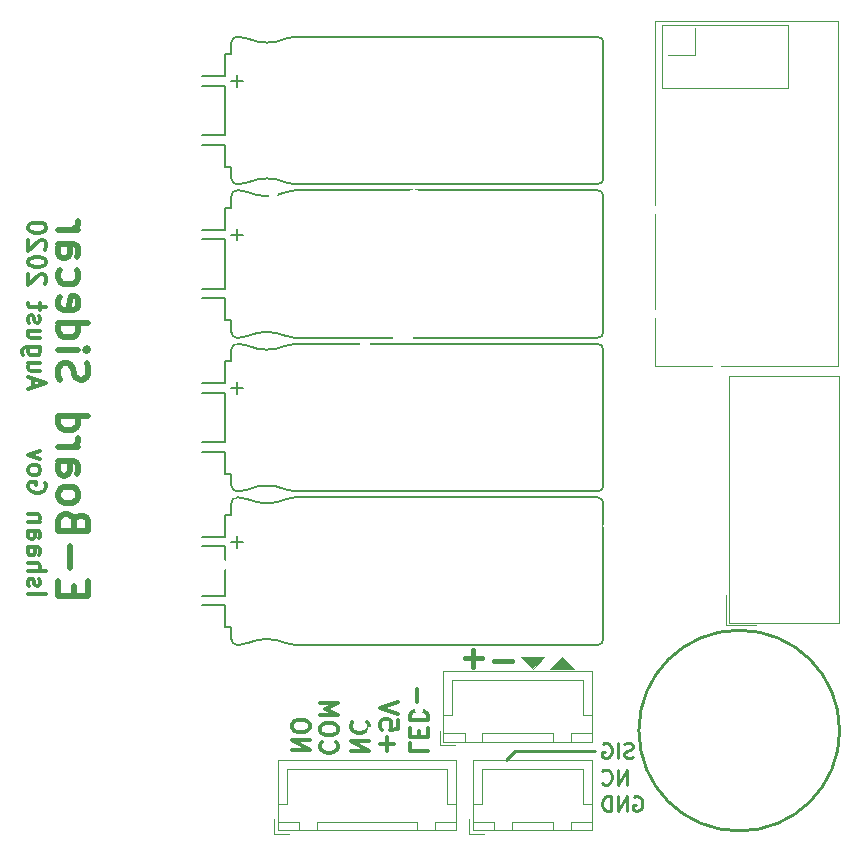
<source format=gbo>
G04 #@! TF.GenerationSoftware,KiCad,Pcbnew,(5.1.4)-1*
G04 #@! TF.CreationDate,2020-08-18T21:21:43-04:00*
G04 #@! TF.ProjectId,EBoard Sidecar,45426f61-7264-4205-9369-64656361722e,rev?*
G04 #@! TF.SameCoordinates,Original*
G04 #@! TF.FileFunction,Legend,Bot*
G04 #@! TF.FilePolarity,Positive*
%FSLAX46Y46*%
G04 Gerber Fmt 4.6, Leading zero omitted, Abs format (unit mm)*
G04 Created by KiCad (PCBNEW (5.1.4)-1) date 2020-08-18 21:21:43*
%MOMM*%
%LPD*%
G04 APERTURE LIST*
%ADD10C,0.304800*%
%ADD11C,0.508000*%
%ADD12C,0.254000*%
%ADD13C,0.381000*%
%ADD14C,0.100000*%
%ADD15C,0.120000*%
%ADD16C,0.203200*%
%ADD17C,6.501600*%
%ADD18O,1.828800X1.828800*%
%ADD19R,1.828800X1.828800*%
%ADD20O,1.801600X2.101600*%
%ADD21C,1.801600*%
%ADD22C,1.625600*%
%ADD23R,1.625600X1.625600*%
%ADD24C,1.101600*%
%ADD25O,1.301600X2.501600*%
%ADD26O,1.301600X2.701600*%
%ADD27O,1.801600X2.051600*%
%ADD28C,4.601601*%
%ADD29O,2.701600X1.401600*%
%ADD30O,2.501600X1.301600*%
%ADD31C,1.701600*%
%ADD32R,1.701600X1.701600*%
%ADD33C,2.601600*%
%ADD34C,0.851600*%
%ADD35C,0.701600*%
G04 APERTURE END LIST*
D10*
X105810571Y-124439022D02*
X107334571Y-124439022D01*
X105883142Y-123785880D02*
X105810571Y-123640737D01*
X105810571Y-123350451D01*
X105883142Y-123205308D01*
X106028285Y-123132737D01*
X106100857Y-123132737D01*
X106246000Y-123205308D01*
X106318571Y-123350451D01*
X106318571Y-123568165D01*
X106391142Y-123713308D01*
X106536285Y-123785880D01*
X106608857Y-123785880D01*
X106754000Y-123713308D01*
X106826571Y-123568165D01*
X106826571Y-123350451D01*
X106754000Y-123205308D01*
X105810571Y-122479594D02*
X107334571Y-122479594D01*
X105810571Y-121826451D02*
X106608857Y-121826451D01*
X106754000Y-121899022D01*
X106826571Y-122044165D01*
X106826571Y-122261880D01*
X106754000Y-122407022D01*
X106681428Y-122479594D01*
X105810571Y-120447594D02*
X106608857Y-120447594D01*
X106754000Y-120520165D01*
X106826571Y-120665308D01*
X106826571Y-120955594D01*
X106754000Y-121100737D01*
X105883142Y-120447594D02*
X105810571Y-120592737D01*
X105810571Y-120955594D01*
X105883142Y-121100737D01*
X106028285Y-121173308D01*
X106173428Y-121173308D01*
X106318571Y-121100737D01*
X106391142Y-120955594D01*
X106391142Y-120592737D01*
X106463714Y-120447594D01*
X105810571Y-119068737D02*
X106608857Y-119068737D01*
X106754000Y-119141308D01*
X106826571Y-119286451D01*
X106826571Y-119576737D01*
X106754000Y-119721880D01*
X105883142Y-119068737D02*
X105810571Y-119213880D01*
X105810571Y-119576737D01*
X105883142Y-119721880D01*
X106028285Y-119794451D01*
X106173428Y-119794451D01*
X106318571Y-119721880D01*
X106391142Y-119576737D01*
X106391142Y-119213880D01*
X106463714Y-119068737D01*
X106826571Y-118343022D02*
X105810571Y-118343022D01*
X106681428Y-118343022D02*
X106754000Y-118270451D01*
X106826571Y-118125308D01*
X106826571Y-117907594D01*
X106754000Y-117762451D01*
X106608857Y-117689880D01*
X105810571Y-117689880D01*
X107262000Y-115004737D02*
X107334571Y-115149880D01*
X107334571Y-115367594D01*
X107262000Y-115585308D01*
X107116857Y-115730451D01*
X106971714Y-115803022D01*
X106681428Y-115875594D01*
X106463714Y-115875594D01*
X106173428Y-115803022D01*
X106028285Y-115730451D01*
X105883142Y-115585308D01*
X105810571Y-115367594D01*
X105810571Y-115222451D01*
X105883142Y-115004737D01*
X105955714Y-114932165D01*
X106463714Y-114932165D01*
X106463714Y-115222451D01*
X105810571Y-114061308D02*
X105883142Y-114206451D01*
X105955714Y-114279022D01*
X106100857Y-114351594D01*
X106536285Y-114351594D01*
X106681428Y-114279022D01*
X106754000Y-114206451D01*
X106826571Y-114061308D01*
X106826571Y-113843594D01*
X106754000Y-113698451D01*
X106681428Y-113625880D01*
X106536285Y-113553308D01*
X106100857Y-113553308D01*
X105955714Y-113625880D01*
X105883142Y-113698451D01*
X105810571Y-113843594D01*
X105810571Y-114061308D01*
X106826571Y-113045308D02*
X105810571Y-112682451D01*
X106826571Y-112319594D01*
X106246000Y-106922120D02*
X106246000Y-106196405D01*
X105810571Y-107067262D02*
X107334571Y-106559262D01*
X105810571Y-106051262D01*
X106826571Y-104890120D02*
X105810571Y-104890120D01*
X106826571Y-105543262D02*
X106028285Y-105543262D01*
X105883142Y-105470691D01*
X105810571Y-105325548D01*
X105810571Y-105107834D01*
X105883142Y-104962691D01*
X105955714Y-104890120D01*
X106826571Y-103511262D02*
X105592857Y-103511262D01*
X105447714Y-103583834D01*
X105375142Y-103656405D01*
X105302571Y-103801548D01*
X105302571Y-104019262D01*
X105375142Y-104164405D01*
X105883142Y-103511262D02*
X105810571Y-103656405D01*
X105810571Y-103946691D01*
X105883142Y-104091834D01*
X105955714Y-104164405D01*
X106100857Y-104236977D01*
X106536285Y-104236977D01*
X106681428Y-104164405D01*
X106754000Y-104091834D01*
X106826571Y-103946691D01*
X106826571Y-103656405D01*
X106754000Y-103511262D01*
X106826571Y-102132405D02*
X105810571Y-102132405D01*
X106826571Y-102785548D02*
X106028285Y-102785548D01*
X105883142Y-102712977D01*
X105810571Y-102567834D01*
X105810571Y-102350120D01*
X105883142Y-102204977D01*
X105955714Y-102132405D01*
X105883142Y-101479262D02*
X105810571Y-101334120D01*
X105810571Y-101043834D01*
X105883142Y-100898691D01*
X106028285Y-100826120D01*
X106100857Y-100826120D01*
X106246000Y-100898691D01*
X106318571Y-101043834D01*
X106318571Y-101261548D01*
X106391142Y-101406691D01*
X106536285Y-101479262D01*
X106608857Y-101479262D01*
X106754000Y-101406691D01*
X106826571Y-101261548D01*
X106826571Y-101043834D01*
X106754000Y-100898691D01*
X106826571Y-100390691D02*
X106826571Y-99810120D01*
X107334571Y-100172977D02*
X106028285Y-100172977D01*
X105883142Y-100100405D01*
X105810571Y-99955262D01*
X105810571Y-99810120D01*
X107189428Y-98213548D02*
X107262000Y-98140977D01*
X107334571Y-97995834D01*
X107334571Y-97632977D01*
X107262000Y-97487834D01*
X107189428Y-97415262D01*
X107044285Y-97342691D01*
X106899142Y-97342691D01*
X106681428Y-97415262D01*
X105810571Y-98286120D01*
X105810571Y-97342691D01*
X107334571Y-96399262D02*
X107334571Y-96254120D01*
X107262000Y-96108977D01*
X107189428Y-96036405D01*
X107044285Y-95963834D01*
X106754000Y-95891262D01*
X106391142Y-95891262D01*
X106100857Y-95963834D01*
X105955714Y-96036405D01*
X105883142Y-96108977D01*
X105810571Y-96254120D01*
X105810571Y-96399262D01*
X105883142Y-96544405D01*
X105955714Y-96616977D01*
X106100857Y-96689548D01*
X106391142Y-96762120D01*
X106754000Y-96762120D01*
X107044285Y-96689548D01*
X107189428Y-96616977D01*
X107262000Y-96544405D01*
X107334571Y-96399262D01*
X107189428Y-95310691D02*
X107262000Y-95238120D01*
X107334571Y-95092977D01*
X107334571Y-94730120D01*
X107262000Y-94584977D01*
X107189428Y-94512405D01*
X107044285Y-94439834D01*
X106899142Y-94439834D01*
X106681428Y-94512405D01*
X105810571Y-95383262D01*
X105810571Y-94439834D01*
X107334571Y-93496405D02*
X107334571Y-93351262D01*
X107262000Y-93206120D01*
X107189428Y-93133548D01*
X107044285Y-93060977D01*
X106754000Y-92988405D01*
X106391142Y-92988405D01*
X106100857Y-93060977D01*
X105955714Y-93133548D01*
X105883142Y-93206120D01*
X105810571Y-93351262D01*
X105810571Y-93496405D01*
X105883142Y-93641548D01*
X105955714Y-93714120D01*
X106100857Y-93786691D01*
X106391142Y-93859262D01*
X106754000Y-93859262D01*
X107044285Y-93786691D01*
X107189428Y-93714120D01*
X107262000Y-93641548D01*
X107334571Y-93496405D01*
D11*
X109681428Y-124565038D02*
X109681428Y-123718371D01*
X108350952Y-123355514D02*
X108350952Y-124565038D01*
X110890952Y-124565038D01*
X110890952Y-123355514D01*
X109318571Y-122266942D02*
X109318571Y-120331704D01*
X109681428Y-118275514D02*
X109560476Y-117912657D01*
X109439523Y-117791704D01*
X109197619Y-117670752D01*
X108834761Y-117670752D01*
X108592857Y-117791704D01*
X108471904Y-117912657D01*
X108350952Y-118154561D01*
X108350952Y-119122180D01*
X110890952Y-119122180D01*
X110890952Y-118275514D01*
X110770000Y-118033609D01*
X110649047Y-117912657D01*
X110407142Y-117791704D01*
X110165238Y-117791704D01*
X109923333Y-117912657D01*
X109802380Y-118033609D01*
X109681428Y-118275514D01*
X109681428Y-119122180D01*
X108350952Y-116219323D02*
X108471904Y-116461228D01*
X108592857Y-116582180D01*
X108834761Y-116703133D01*
X109560476Y-116703133D01*
X109802380Y-116582180D01*
X109923333Y-116461228D01*
X110044285Y-116219323D01*
X110044285Y-115856466D01*
X109923333Y-115614561D01*
X109802380Y-115493609D01*
X109560476Y-115372657D01*
X108834761Y-115372657D01*
X108592857Y-115493609D01*
X108471904Y-115614561D01*
X108350952Y-115856466D01*
X108350952Y-116219323D01*
X108350952Y-113195514D02*
X109681428Y-113195514D01*
X109923333Y-113316466D01*
X110044285Y-113558371D01*
X110044285Y-114042180D01*
X109923333Y-114284085D01*
X108471904Y-113195514D02*
X108350952Y-113437419D01*
X108350952Y-114042180D01*
X108471904Y-114284085D01*
X108713809Y-114405038D01*
X108955714Y-114405038D01*
X109197619Y-114284085D01*
X109318571Y-114042180D01*
X109318571Y-113437419D01*
X109439523Y-113195514D01*
X108350952Y-111985990D02*
X110044285Y-111985990D01*
X109560476Y-111985990D02*
X109802380Y-111865038D01*
X109923333Y-111744085D01*
X110044285Y-111502180D01*
X110044285Y-111260276D01*
X108350952Y-109325038D02*
X110890952Y-109325038D01*
X108471904Y-109325038D02*
X108350952Y-109566942D01*
X108350952Y-110050752D01*
X108471904Y-110292657D01*
X108592857Y-110413609D01*
X108834761Y-110534561D01*
X109560476Y-110534561D01*
X109802380Y-110413609D01*
X109923333Y-110292657D01*
X110044285Y-110050752D01*
X110044285Y-109566942D01*
X109923333Y-109325038D01*
X108471904Y-106301228D02*
X108350952Y-105938371D01*
X108350952Y-105333609D01*
X108471904Y-105091704D01*
X108592857Y-104970752D01*
X108834761Y-104849800D01*
X109076666Y-104849800D01*
X109318571Y-104970752D01*
X109439523Y-105091704D01*
X109560476Y-105333609D01*
X109681428Y-105817419D01*
X109802380Y-106059323D01*
X109923333Y-106180276D01*
X110165238Y-106301228D01*
X110407142Y-106301228D01*
X110649047Y-106180276D01*
X110770000Y-106059323D01*
X110890952Y-105817419D01*
X110890952Y-105212657D01*
X110770000Y-104849800D01*
X108350952Y-103761228D02*
X110044285Y-103761228D01*
X110890952Y-103761228D02*
X110770000Y-103882180D01*
X110649047Y-103761228D01*
X110770000Y-103640276D01*
X110890952Y-103761228D01*
X110649047Y-103761228D01*
X108350952Y-101463133D02*
X110890952Y-101463133D01*
X108471904Y-101463133D02*
X108350952Y-101705038D01*
X108350952Y-102188847D01*
X108471904Y-102430752D01*
X108592857Y-102551704D01*
X108834761Y-102672657D01*
X109560476Y-102672657D01*
X109802380Y-102551704D01*
X109923333Y-102430752D01*
X110044285Y-102188847D01*
X110044285Y-101705038D01*
X109923333Y-101463133D01*
X108471904Y-99285990D02*
X108350952Y-99527895D01*
X108350952Y-100011704D01*
X108471904Y-100253609D01*
X108713809Y-100374561D01*
X109681428Y-100374561D01*
X109923333Y-100253609D01*
X110044285Y-100011704D01*
X110044285Y-99527895D01*
X109923333Y-99285990D01*
X109681428Y-99165038D01*
X109439523Y-99165038D01*
X109197619Y-100374561D01*
X108471904Y-96987895D02*
X108350952Y-97229800D01*
X108350952Y-97713609D01*
X108471904Y-97955514D01*
X108592857Y-98076466D01*
X108834761Y-98197419D01*
X109560476Y-98197419D01*
X109802380Y-98076466D01*
X109923333Y-97955514D01*
X110044285Y-97713609D01*
X110044285Y-97229800D01*
X109923333Y-96987895D01*
X108350952Y-94810752D02*
X109681428Y-94810752D01*
X109923333Y-94931704D01*
X110044285Y-95173609D01*
X110044285Y-95657419D01*
X109923333Y-95899323D01*
X108471904Y-94810752D02*
X108350952Y-95052657D01*
X108350952Y-95657419D01*
X108471904Y-95899323D01*
X108713809Y-96020276D01*
X108955714Y-96020276D01*
X109197619Y-95899323D01*
X109318571Y-95657419D01*
X109318571Y-95052657D01*
X109439523Y-94810752D01*
X108350952Y-93601228D02*
X110044285Y-93601228D01*
X109560476Y-93601228D02*
X109802380Y-93480276D01*
X109923333Y-93359323D01*
X110044285Y-93117419D01*
X110044285Y-92875514D01*
D12*
X156463195Y-140574523D02*
X156463195Y-139304523D01*
X155737480Y-140574523D01*
X155737480Y-139304523D01*
X154407004Y-140453571D02*
X154467480Y-140514047D01*
X154648909Y-140574523D01*
X154769861Y-140574523D01*
X154951290Y-140514047D01*
X155072242Y-140393095D01*
X155132719Y-140272142D01*
X155193195Y-140030238D01*
X155193195Y-139848809D01*
X155132719Y-139606904D01*
X155072242Y-139485952D01*
X154951290Y-139365000D01*
X154769861Y-139304523D01*
X154648909Y-139304523D01*
X154467480Y-139365000D01*
X154407004Y-139425476D01*
X147000000Y-137750000D02*
X146250000Y-138500000D01*
X153750000Y-137750000D02*
X147000000Y-137750000D01*
X157007480Y-138264047D02*
X156826052Y-138324523D01*
X156523671Y-138324523D01*
X156402719Y-138264047D01*
X156342242Y-138203571D01*
X156281766Y-138082619D01*
X156281766Y-137961666D01*
X156342242Y-137840714D01*
X156402719Y-137780238D01*
X156523671Y-137719761D01*
X156765576Y-137659285D01*
X156886528Y-137598809D01*
X156947004Y-137538333D01*
X157007480Y-137417380D01*
X157007480Y-137296428D01*
X156947004Y-137175476D01*
X156886528Y-137115000D01*
X156765576Y-137054523D01*
X156463195Y-137054523D01*
X156281766Y-137115000D01*
X155737480Y-138324523D02*
X155737480Y-137054523D01*
X154467480Y-137115000D02*
X154588433Y-137054523D01*
X154769861Y-137054523D01*
X154951290Y-137115000D01*
X155072242Y-137235952D01*
X155132719Y-137356904D01*
X155193195Y-137598809D01*
X155193195Y-137780238D01*
X155132719Y-138022142D01*
X155072242Y-138143095D01*
X154951290Y-138264047D01*
X154769861Y-138324523D01*
X154648909Y-138324523D01*
X154467480Y-138264047D01*
X154407004Y-138203571D01*
X154407004Y-137780238D01*
X154648909Y-137780238D01*
X157067957Y-141615000D02*
X157188909Y-141554523D01*
X157370338Y-141554523D01*
X157551766Y-141615000D01*
X157672719Y-141735952D01*
X157733195Y-141856904D01*
X157793671Y-142098809D01*
X157793671Y-142280238D01*
X157733195Y-142522142D01*
X157672719Y-142643095D01*
X157551766Y-142764047D01*
X157370338Y-142824523D01*
X157249385Y-142824523D01*
X157067957Y-142764047D01*
X157007480Y-142703571D01*
X157007480Y-142280238D01*
X157249385Y-142280238D01*
X156463195Y-142824523D02*
X156463195Y-141554523D01*
X155737480Y-142824523D01*
X155737480Y-141554523D01*
X155132719Y-142824523D02*
X155132719Y-141554523D01*
X154830338Y-141554523D01*
X154648909Y-141615000D01*
X154527957Y-141735952D01*
X154467480Y-141856904D01*
X154407004Y-142098809D01*
X154407004Y-142280238D01*
X154467480Y-142522142D01*
X154527957Y-142643095D01*
X154648909Y-142764047D01*
X154830338Y-142824523D01*
X155132719Y-142824523D01*
D13*
X144225714Y-129886071D02*
X142774285Y-129886071D01*
X143500000Y-130611785D02*
X143500000Y-129160357D01*
X146725714Y-130136071D02*
X145274285Y-130136071D01*
D14*
G36*
X148500000Y-130750000D02*
G01*
X147500000Y-129750000D01*
X149500000Y-129750000D01*
X148500000Y-130750000D01*
G37*
X148500000Y-130750000D02*
X147500000Y-129750000D01*
X149500000Y-129750000D01*
X148500000Y-130750000D01*
G36*
X152000000Y-130750000D02*
G01*
X150000000Y-130750000D01*
X151000000Y-129750000D01*
X152000000Y-130750000D01*
G37*
X152000000Y-130750000D02*
X150000000Y-130750000D01*
X151000000Y-129750000D01*
X152000000Y-130750000D01*
D10*
X138110571Y-137013308D02*
X138110571Y-137739022D01*
X139634571Y-137739022D01*
X138908857Y-136505308D02*
X138908857Y-135997308D01*
X138110571Y-135779594D02*
X138110571Y-136505308D01*
X139634571Y-136505308D01*
X139634571Y-135779594D01*
X138110571Y-135126451D02*
X139634571Y-135126451D01*
X139634571Y-134763594D01*
X139562000Y-134545880D01*
X139416857Y-134400737D01*
X139271714Y-134328165D01*
X138981428Y-134255594D01*
X138763714Y-134255594D01*
X138473428Y-134328165D01*
X138328285Y-134400737D01*
X138183142Y-134545880D01*
X138110571Y-134763594D01*
X138110571Y-135126451D01*
X138691142Y-133602451D02*
X138691142Y-132441308D01*
X136191142Y-137739022D02*
X136191142Y-136577880D01*
X135610571Y-137158451D02*
X136771714Y-137158451D01*
X137134571Y-135126451D02*
X137134571Y-135852165D01*
X136408857Y-135924737D01*
X136481428Y-135852165D01*
X136554000Y-135707022D01*
X136554000Y-135344165D01*
X136481428Y-135199022D01*
X136408857Y-135126451D01*
X136263714Y-135053880D01*
X135900857Y-135053880D01*
X135755714Y-135126451D01*
X135683142Y-135199022D01*
X135610571Y-135344165D01*
X135610571Y-135707022D01*
X135683142Y-135852165D01*
X135755714Y-135924737D01*
X137134571Y-134618451D02*
X135610571Y-134110451D01*
X137134571Y-133602451D01*
X133110571Y-137739022D02*
X134634571Y-137739022D01*
X133110571Y-136868165D01*
X134634571Y-136868165D01*
X133255714Y-135271594D02*
X133183142Y-135344165D01*
X133110571Y-135561880D01*
X133110571Y-135707022D01*
X133183142Y-135924737D01*
X133328285Y-136069880D01*
X133473428Y-136142451D01*
X133763714Y-136215022D01*
X133981428Y-136215022D01*
X134271714Y-136142451D01*
X134416857Y-136069880D01*
X134562000Y-135924737D01*
X134634571Y-135707022D01*
X134634571Y-135561880D01*
X134562000Y-135344165D01*
X134489428Y-135271594D01*
X130655714Y-136968165D02*
X130583142Y-137040737D01*
X130510571Y-137258451D01*
X130510571Y-137403594D01*
X130583142Y-137621308D01*
X130728285Y-137766451D01*
X130873428Y-137839022D01*
X131163714Y-137911594D01*
X131381428Y-137911594D01*
X131671714Y-137839022D01*
X131816857Y-137766451D01*
X131962000Y-137621308D01*
X132034571Y-137403594D01*
X132034571Y-137258451D01*
X131962000Y-137040737D01*
X131889428Y-136968165D01*
X132034571Y-136024737D02*
X132034571Y-135734451D01*
X131962000Y-135589308D01*
X131816857Y-135444165D01*
X131526571Y-135371594D01*
X131018571Y-135371594D01*
X130728285Y-135444165D01*
X130583142Y-135589308D01*
X130510571Y-135734451D01*
X130510571Y-136024737D01*
X130583142Y-136169880D01*
X130728285Y-136315022D01*
X131018571Y-136387594D01*
X131526571Y-136387594D01*
X131816857Y-136315022D01*
X131962000Y-136169880D01*
X132034571Y-136024737D01*
X130510571Y-134718451D02*
X132034571Y-134718451D01*
X130946000Y-134210451D01*
X132034571Y-133702451D01*
X130510571Y-133702451D01*
X128110571Y-137639022D02*
X129634571Y-137639022D01*
X128110571Y-136768165D01*
X129634571Y-136768165D01*
X129634571Y-135752165D02*
X129634571Y-135461880D01*
X129562000Y-135316737D01*
X129416857Y-135171594D01*
X129126571Y-135099022D01*
X128618571Y-135099022D01*
X128328285Y-135171594D01*
X128183142Y-135316737D01*
X128110571Y-135461880D01*
X128110571Y-135752165D01*
X128183142Y-135897308D01*
X128328285Y-136042451D01*
X128618571Y-136115022D01*
X129126571Y-136115022D01*
X129416857Y-136042451D01*
X129562000Y-135897308D01*
X129634571Y-135752165D01*
D15*
X164845000Y-127100000D02*
X167385000Y-127100000D01*
X164845000Y-127100000D02*
X164845000Y-124560000D01*
X165095000Y-126850000D02*
X174445000Y-126850000D01*
X165095000Y-105990000D02*
X165095000Y-126850000D01*
X174445000Y-105990000D02*
X165095000Y-105990000D01*
X174445000Y-126850000D02*
X174445000Y-105990000D01*
X159476000Y-76230000D02*
X159476000Y-76230000D01*
X170144000Y-76230000D02*
X159476000Y-76230000D01*
X158900000Y-75900000D02*
X158900000Y-75900000D01*
X174350000Y-75900000D02*
X158900000Y-75900000D01*
X174350000Y-105100000D02*
X174350000Y-75900000D01*
X158900000Y-105100000D02*
X174350000Y-105100000D01*
X158900000Y-75900000D02*
X158900000Y-105100000D01*
X162270000Y-76484000D02*
X162270000Y-76484000D01*
X162270000Y-78770000D02*
X162270000Y-76484000D01*
X159984000Y-78770000D02*
X162270000Y-78770000D01*
X170144000Y-76230000D02*
X170144000Y-76230000D01*
X170144000Y-81564000D02*
X170144000Y-76230000D01*
X159476000Y-81564000D02*
X170144000Y-81564000D01*
X159476000Y-76230000D02*
X159476000Y-81564000D01*
X140650000Y-137250000D02*
X140650000Y-136000000D01*
X141900000Y-137250000D02*
X140650000Y-137250000D01*
X152800000Y-131750000D02*
X147250000Y-131750000D01*
X152800000Y-134700000D02*
X152800000Y-131750000D01*
X153550000Y-134700000D02*
X152800000Y-134700000D01*
X141700000Y-131750000D02*
X147250000Y-131750000D01*
X141700000Y-134700000D02*
X141700000Y-131750000D01*
X140950000Y-134700000D02*
X141700000Y-134700000D01*
X153550000Y-136950000D02*
X151750000Y-136950000D01*
X153550000Y-136200000D02*
X153550000Y-136950000D01*
X151750000Y-136200000D02*
X153550000Y-136200000D01*
X151750000Y-136950000D02*
X151750000Y-136200000D01*
X142750000Y-136950000D02*
X140950000Y-136950000D01*
X142750000Y-136200000D02*
X142750000Y-136950000D01*
X140950000Y-136200000D02*
X142750000Y-136200000D01*
X140950000Y-136950000D02*
X140950000Y-136200000D01*
X150250000Y-136950000D02*
X144250000Y-136950000D01*
X150250000Y-136200000D02*
X150250000Y-136950000D01*
X144250000Y-136200000D02*
X150250000Y-136200000D01*
X144250000Y-136950000D02*
X144250000Y-136200000D01*
X153560000Y-136960000D02*
X140940000Y-136960000D01*
X153560000Y-130990000D02*
X153560000Y-136960000D01*
X140940000Y-130990000D02*
X153560000Y-130990000D01*
X140940000Y-136960000D02*
X140940000Y-130990000D01*
X143150000Y-144750000D02*
X143150000Y-143500000D01*
X144400000Y-144750000D02*
X143150000Y-144750000D01*
X152800000Y-139250000D02*
X148500000Y-139250000D01*
X152800000Y-142200000D02*
X152800000Y-139250000D01*
X153550000Y-142200000D02*
X152800000Y-142200000D01*
X144200000Y-139250000D02*
X148500000Y-139250000D01*
X144200000Y-142200000D02*
X144200000Y-139250000D01*
X143450000Y-142200000D02*
X144200000Y-142200000D01*
X153550000Y-144450000D02*
X151750000Y-144450000D01*
X153550000Y-143700000D02*
X153550000Y-144450000D01*
X151750000Y-143700000D02*
X153550000Y-143700000D01*
X151750000Y-144450000D02*
X151750000Y-143700000D01*
X145250000Y-144450000D02*
X143450000Y-144450000D01*
X145250000Y-143700000D02*
X145250000Y-144450000D01*
X143450000Y-143700000D02*
X145250000Y-143700000D01*
X143450000Y-144450000D02*
X143450000Y-143700000D01*
X150250000Y-144450000D02*
X146750000Y-144450000D01*
X150250000Y-143700000D02*
X150250000Y-144450000D01*
X146750000Y-143700000D02*
X150250000Y-143700000D01*
X146750000Y-144450000D02*
X146750000Y-143700000D01*
X153560000Y-144460000D02*
X143440000Y-144460000D01*
X153560000Y-138490000D02*
X153560000Y-144460000D01*
X143440000Y-138490000D02*
X153560000Y-138490000D01*
X143440000Y-144460000D02*
X143440000Y-138490000D01*
X126650000Y-144750000D02*
X126650000Y-143500000D01*
X127900000Y-144750000D02*
X126650000Y-144750000D01*
X141300000Y-139250000D02*
X134500000Y-139250000D01*
X141300000Y-142200000D02*
X141300000Y-139250000D01*
X142050000Y-142200000D02*
X141300000Y-142200000D01*
X127700000Y-139250000D02*
X134500000Y-139250000D01*
X127700000Y-142200000D02*
X127700000Y-139250000D01*
X126950000Y-142200000D02*
X127700000Y-142200000D01*
X142050000Y-144450000D02*
X140250000Y-144450000D01*
X142050000Y-143700000D02*
X142050000Y-144450000D01*
X140250000Y-143700000D02*
X142050000Y-143700000D01*
X140250000Y-144450000D02*
X140250000Y-143700000D01*
X128750000Y-144450000D02*
X126950000Y-144450000D01*
X128750000Y-143700000D02*
X128750000Y-144450000D01*
X126950000Y-143700000D02*
X128750000Y-143700000D01*
X126950000Y-144450000D02*
X126950000Y-143700000D01*
X138750000Y-144450000D02*
X130250000Y-144450000D01*
X138750000Y-143700000D02*
X138750000Y-144450000D01*
X130250000Y-143700000D02*
X138750000Y-143700000D01*
X130250000Y-144450000D02*
X130250000Y-143700000D01*
X142060000Y-144460000D02*
X126940000Y-144460000D01*
X142060000Y-138490000D02*
X142060000Y-144460000D01*
X126940000Y-138490000D02*
X142060000Y-138490000D01*
X126940000Y-144460000D02*
X126940000Y-138490000D01*
D16*
X123500000Y-80500000D02*
X123500000Y-81500000D01*
X123000000Y-81000000D02*
X124000000Y-81000000D01*
X128397915Y-89750000D02*
X154000000Y-89750000D01*
X124401388Y-77416668D02*
G75*
G03X127598610Y-77416667I1598611J3666668D01*
G01*
X123602084Y-77250000D02*
X123500000Y-77250000D01*
X154000000Y-77250000D02*
X128397915Y-77250000D01*
X123499999Y-77250001D02*
G75*
G03X123000000Y-77750000I0J-499999D01*
G01*
X124401389Y-77416667D02*
G75*
G03X123602084Y-77250000I-799305J-1833333D01*
G01*
X123000000Y-77750000D02*
X123000000Y-78750000D01*
X154000000Y-89750000D02*
G75*
G03X154500000Y-89250000I0J500000D01*
G01*
X154500000Y-77750000D02*
G75*
G03X154000000Y-77250000I-500000J0D01*
G01*
X128397915Y-77250000D02*
G75*
G03X127598610Y-77416667I0J-2000001D01*
G01*
X127598611Y-89583332D02*
G75*
G03X124401389Y-89583333I-1598611J-3666668D01*
G01*
X122500000Y-86400000D02*
X122500000Y-88250000D01*
X122500000Y-88250000D02*
X123000000Y-88250000D01*
X123500000Y-89750000D02*
X123602084Y-89750000D01*
X122999999Y-89250001D02*
G75*
G03X123500000Y-89750000I500000J1D01*
G01*
X120500000Y-86400000D02*
X122500000Y-86400000D01*
X123602084Y-89750000D02*
G75*
G03X124401389Y-89583333I0J2000001D01*
G01*
X154500000Y-89250000D02*
X154500000Y-77750000D01*
X123000000Y-88250000D02*
X123000000Y-89250000D01*
X127598609Y-89583333D02*
G75*
G03X128397915Y-89750000I799306J1833334D01*
G01*
X120500000Y-81400000D02*
X122500000Y-81400000D01*
X122500000Y-81400000D02*
X122500000Y-85599999D01*
X123000000Y-78750000D02*
X122500000Y-78750000D01*
X122500000Y-78750000D02*
X122500000Y-80600000D01*
X122500000Y-80600000D02*
X120500000Y-80600000D01*
X122500000Y-85599999D02*
X120500000Y-85599999D01*
X123500000Y-106500000D02*
X123500000Y-107500000D01*
X123000000Y-107000000D02*
X124000000Y-107000000D01*
X128397915Y-115750000D02*
X154000000Y-115750000D01*
X124401388Y-103416668D02*
G75*
G03X127598610Y-103416667I1598611J3666668D01*
G01*
X123602084Y-103250000D02*
X123500000Y-103250000D01*
X154000000Y-103250000D02*
X128397915Y-103250000D01*
X123499999Y-103250001D02*
G75*
G03X123000000Y-103750000I0J-499999D01*
G01*
X124401389Y-103416667D02*
G75*
G03X123602084Y-103250000I-799305J-1833333D01*
G01*
X123000000Y-103750000D02*
X123000000Y-104750000D01*
X154000000Y-115750000D02*
G75*
G03X154500000Y-115250000I0J500000D01*
G01*
X154500000Y-103750000D02*
G75*
G03X154000000Y-103250000I-500000J0D01*
G01*
X128397915Y-103250000D02*
G75*
G03X127598610Y-103416667I0J-2000001D01*
G01*
X127598611Y-115583332D02*
G75*
G03X124401389Y-115583333I-1598611J-3666668D01*
G01*
X122500000Y-112400000D02*
X122500000Y-114250000D01*
X122500000Y-114250000D02*
X123000000Y-114250000D01*
X123500000Y-115750000D02*
X123602084Y-115750000D01*
X122999999Y-115250001D02*
G75*
G03X123500000Y-115750000I500000J1D01*
G01*
X120500000Y-112400000D02*
X122500000Y-112400000D01*
X123602084Y-115750000D02*
G75*
G03X124401389Y-115583333I0J2000001D01*
G01*
X154500000Y-115250000D02*
X154500000Y-103750000D01*
X123000000Y-114250000D02*
X123000000Y-115250000D01*
X127598609Y-115583333D02*
G75*
G03X128397915Y-115750000I799306J1833334D01*
G01*
X120500000Y-107400000D02*
X122500000Y-107400000D01*
X122500000Y-107400000D02*
X122500000Y-111599999D01*
X123000000Y-104750000D02*
X122500000Y-104750000D01*
X122500000Y-104750000D02*
X122500000Y-106600000D01*
X122500000Y-106600000D02*
X120500000Y-106600000D01*
X122500000Y-111599999D02*
X120500000Y-111599999D01*
X123500000Y-119500000D02*
X123500000Y-120500000D01*
X123000000Y-120000000D02*
X124000000Y-120000000D01*
X128397915Y-128750000D02*
X154000000Y-128750000D01*
X124401388Y-116416668D02*
G75*
G03X127598610Y-116416667I1598611J3666668D01*
G01*
X123602084Y-116250000D02*
X123500000Y-116250000D01*
X154000000Y-116250000D02*
X128397915Y-116250000D01*
X123499999Y-116250001D02*
G75*
G03X123000000Y-116750000I0J-499999D01*
G01*
X124401389Y-116416667D02*
G75*
G03X123602084Y-116250000I-799305J-1833333D01*
G01*
X123000000Y-116750000D02*
X123000000Y-117750000D01*
X154000000Y-128750000D02*
G75*
G03X154500000Y-128250000I0J500000D01*
G01*
X154500000Y-116750000D02*
G75*
G03X154000000Y-116250000I-500000J0D01*
G01*
X128397915Y-116250000D02*
G75*
G03X127598610Y-116416667I0J-2000001D01*
G01*
X127598611Y-128583332D02*
G75*
G03X124401389Y-128583333I-1598611J-3666668D01*
G01*
X122500000Y-125400000D02*
X122500000Y-127250000D01*
X122500000Y-127250000D02*
X123000000Y-127250000D01*
X123500000Y-128750000D02*
X123602084Y-128750000D01*
X122999999Y-128250001D02*
G75*
G03X123500000Y-128750000I500000J1D01*
G01*
X120500000Y-125400000D02*
X122500000Y-125400000D01*
X123602084Y-128750000D02*
G75*
G03X124401389Y-128583333I0J2000001D01*
G01*
X154500000Y-128250000D02*
X154500000Y-116750000D01*
X123000000Y-127250000D02*
X123000000Y-128250000D01*
X127598609Y-128583333D02*
G75*
G03X128397915Y-128750000I799306J1833334D01*
G01*
X120500000Y-120400000D02*
X122500000Y-120400000D01*
X122500000Y-120400000D02*
X122500000Y-124599999D01*
X123000000Y-117750000D02*
X122500000Y-117750000D01*
X122500000Y-117750000D02*
X122500000Y-119600000D01*
X122500000Y-119600000D02*
X120500000Y-119600000D01*
X122500000Y-124599999D02*
X120500000Y-124599999D01*
X123500000Y-93500000D02*
X123500000Y-94500000D01*
X123000000Y-94000000D02*
X124000000Y-94000000D01*
X128397915Y-102750000D02*
X154000000Y-102750000D01*
X124401388Y-90416668D02*
G75*
G03X127598610Y-90416667I1598611J3666668D01*
G01*
X123602084Y-90250000D02*
X123500000Y-90250000D01*
X154000000Y-90250000D02*
X128397915Y-90250000D01*
X123499999Y-90250001D02*
G75*
G03X123000000Y-90750000I0J-499999D01*
G01*
X124401389Y-90416667D02*
G75*
G03X123602084Y-90250000I-799305J-1833333D01*
G01*
X123000000Y-90750000D02*
X123000000Y-91750000D01*
X154000000Y-102750000D02*
G75*
G03X154500000Y-102250000I0J500000D01*
G01*
X154500000Y-90750000D02*
G75*
G03X154000000Y-90250000I-500000J0D01*
G01*
X128397915Y-90250000D02*
G75*
G03X127598610Y-90416667I0J-2000001D01*
G01*
X127598611Y-102583332D02*
G75*
G03X124401389Y-102583333I-1598611J-3666668D01*
G01*
X122500000Y-99400000D02*
X122500000Y-101250000D01*
X122500000Y-101250000D02*
X123000000Y-101250000D01*
X123500000Y-102750000D02*
X123602084Y-102750000D01*
X122999999Y-102250001D02*
G75*
G03X123500000Y-102750000I500000J1D01*
G01*
X120500000Y-99400000D02*
X122500000Y-99400000D01*
X123602084Y-102750000D02*
G75*
G03X124401389Y-102583333I0J2000001D01*
G01*
X154500000Y-102250000D02*
X154500000Y-90750000D01*
X123000000Y-101250000D02*
X123000000Y-102250000D01*
X127598609Y-102583333D02*
G75*
G03X128397915Y-102750000I799306J1833334D01*
G01*
X120500000Y-94400000D02*
X122500000Y-94400000D01*
X122500000Y-94400000D02*
X122500000Y-98599999D01*
X123000000Y-91750000D02*
X122500000Y-91750000D01*
X122500000Y-91750000D02*
X122500000Y-93600000D01*
X122500000Y-93600000D02*
X120500000Y-93600000D01*
X122500000Y-98599999D02*
X120500000Y-98599999D01*
D12*
X174500000Y-136000000D02*
G75*
G03X174500000Y-136000000I-8500000J0D01*
G01*
%LPC*%
D17*
X178750000Y-127500000D03*
X178750000Y-92500000D03*
X96250000Y-120000000D03*
X96250000Y-100000000D03*
D18*
X171040000Y-111340000D03*
X168500000Y-111340000D03*
X171040000Y-113880000D03*
X168500000Y-113880000D03*
X171040000Y-116420000D03*
X168500000Y-116420000D03*
X171040000Y-118960000D03*
X168500000Y-118960000D03*
X171040000Y-121500000D03*
D19*
X168500000Y-121500000D03*
D20*
X141000000Y-79000000D03*
D14*
G36*
X144161828Y-77950476D02*
G01*
X144187546Y-77954291D01*
X144212767Y-77960608D01*
X144237248Y-77969367D01*
X144260751Y-77980484D01*
X144283052Y-77993851D01*
X144303936Y-78009339D01*
X144323201Y-78026799D01*
X144340661Y-78046064D01*
X144356149Y-78066948D01*
X144369516Y-78089249D01*
X144380633Y-78112752D01*
X144389392Y-78137233D01*
X144395709Y-78162454D01*
X144399524Y-78188172D01*
X144400800Y-78214141D01*
X144400800Y-79785859D01*
X144399524Y-79811828D01*
X144395709Y-79837546D01*
X144389392Y-79862767D01*
X144380633Y-79887248D01*
X144369516Y-79910751D01*
X144356149Y-79933052D01*
X144340661Y-79953936D01*
X144323201Y-79973201D01*
X144303936Y-79990661D01*
X144283052Y-80006149D01*
X144260751Y-80019516D01*
X144237248Y-80030633D01*
X144212767Y-80039392D01*
X144187546Y-80045709D01*
X144161828Y-80049524D01*
X144135859Y-80050800D01*
X142864141Y-80050800D01*
X142838172Y-80049524D01*
X142812454Y-80045709D01*
X142787233Y-80039392D01*
X142762752Y-80030633D01*
X142739249Y-80019516D01*
X142716948Y-80006149D01*
X142696064Y-79990661D01*
X142676799Y-79973201D01*
X142659339Y-79953936D01*
X142643851Y-79933052D01*
X142630484Y-79910751D01*
X142619367Y-79887248D01*
X142610608Y-79862767D01*
X142604291Y-79837546D01*
X142600476Y-79811828D01*
X142599200Y-79785859D01*
X142599200Y-78214141D01*
X142600476Y-78188172D01*
X142604291Y-78162454D01*
X142610608Y-78137233D01*
X142619367Y-78112752D01*
X142630484Y-78089249D01*
X142643851Y-78066948D01*
X142659339Y-78046064D01*
X142676799Y-78026799D01*
X142696064Y-78009339D01*
X142716948Y-77993851D01*
X142739249Y-77980484D01*
X142762752Y-77969367D01*
X142787233Y-77960608D01*
X142812454Y-77954291D01*
X142838172Y-77950476D01*
X142864141Y-77949200D01*
X144135859Y-77949200D01*
X144161828Y-77950476D01*
X144161828Y-77950476D01*
G37*
D21*
X143500000Y-79000000D03*
D20*
X131500000Y-79000000D03*
D14*
G36*
X134661828Y-77950476D02*
G01*
X134687546Y-77954291D01*
X134712767Y-77960608D01*
X134737248Y-77969367D01*
X134760751Y-77980484D01*
X134783052Y-77993851D01*
X134803936Y-78009339D01*
X134823201Y-78026799D01*
X134840661Y-78046064D01*
X134856149Y-78066948D01*
X134869516Y-78089249D01*
X134880633Y-78112752D01*
X134889392Y-78137233D01*
X134895709Y-78162454D01*
X134899524Y-78188172D01*
X134900800Y-78214141D01*
X134900800Y-79785859D01*
X134899524Y-79811828D01*
X134895709Y-79837546D01*
X134889392Y-79862767D01*
X134880633Y-79887248D01*
X134869516Y-79910751D01*
X134856149Y-79933052D01*
X134840661Y-79953936D01*
X134823201Y-79973201D01*
X134803936Y-79990661D01*
X134783052Y-80006149D01*
X134760751Y-80019516D01*
X134737248Y-80030633D01*
X134712767Y-80039392D01*
X134687546Y-80045709D01*
X134661828Y-80049524D01*
X134635859Y-80050800D01*
X133364141Y-80050800D01*
X133338172Y-80049524D01*
X133312454Y-80045709D01*
X133287233Y-80039392D01*
X133262752Y-80030633D01*
X133239249Y-80019516D01*
X133216948Y-80006149D01*
X133196064Y-79990661D01*
X133176799Y-79973201D01*
X133159339Y-79953936D01*
X133143851Y-79933052D01*
X133130484Y-79910751D01*
X133119367Y-79887248D01*
X133110608Y-79862767D01*
X133104291Y-79837546D01*
X133100476Y-79811828D01*
X133099200Y-79785859D01*
X133099200Y-78214141D01*
X133100476Y-78188172D01*
X133104291Y-78162454D01*
X133110608Y-78137233D01*
X133119367Y-78112752D01*
X133130484Y-78089249D01*
X133143851Y-78066948D01*
X133159339Y-78046064D01*
X133176799Y-78026799D01*
X133196064Y-78009339D01*
X133216948Y-77993851D01*
X133239249Y-77980484D01*
X133262752Y-77969367D01*
X133287233Y-77960608D01*
X133312454Y-77954291D01*
X133338172Y-77950476D01*
X133364141Y-77949200D01*
X134635859Y-77949200D01*
X134661828Y-77950476D01*
X134661828Y-77950476D01*
G37*
D21*
X134000000Y-79000000D03*
D22*
X168620000Y-80040000D03*
X168620000Y-77500000D03*
X166080000Y-80040000D03*
X166080000Y-77500000D03*
X163540000Y-80040000D03*
X163540000Y-77500000D03*
X161000000Y-80040000D03*
D23*
X161000000Y-77500000D03*
D24*
X160500000Y-111600000D03*
X160500000Y-110000000D03*
X160500000Y-108400000D03*
X161500000Y-109200000D03*
X161500000Y-110800000D03*
D25*
X159250000Y-111900000D03*
X162750000Y-110000000D03*
D26*
X159250000Y-107600000D03*
D27*
X151000000Y-134500000D03*
X148500000Y-134500000D03*
X146000000Y-134500000D03*
D14*
G36*
X144161828Y-133475476D02*
G01*
X144187546Y-133479291D01*
X144212767Y-133485608D01*
X144237248Y-133494367D01*
X144260751Y-133505484D01*
X144283052Y-133518851D01*
X144303936Y-133534339D01*
X144323201Y-133551799D01*
X144340661Y-133571064D01*
X144356149Y-133591948D01*
X144369516Y-133614249D01*
X144380633Y-133637752D01*
X144389392Y-133662233D01*
X144395709Y-133687454D01*
X144399524Y-133713172D01*
X144400800Y-133739141D01*
X144400800Y-135260859D01*
X144399524Y-135286828D01*
X144395709Y-135312546D01*
X144389392Y-135337767D01*
X144380633Y-135362248D01*
X144369516Y-135385751D01*
X144356149Y-135408052D01*
X144340661Y-135428936D01*
X144323201Y-135448201D01*
X144303936Y-135465661D01*
X144283052Y-135481149D01*
X144260751Y-135494516D01*
X144237248Y-135505633D01*
X144212767Y-135514392D01*
X144187546Y-135520709D01*
X144161828Y-135524524D01*
X144135859Y-135525800D01*
X142864141Y-135525800D01*
X142838172Y-135524524D01*
X142812454Y-135520709D01*
X142787233Y-135514392D01*
X142762752Y-135505633D01*
X142739249Y-135494516D01*
X142716948Y-135481149D01*
X142696064Y-135465661D01*
X142676799Y-135448201D01*
X142659339Y-135428936D01*
X142643851Y-135408052D01*
X142630484Y-135385751D01*
X142619367Y-135362248D01*
X142610608Y-135337767D01*
X142604291Y-135312546D01*
X142600476Y-135286828D01*
X142599200Y-135260859D01*
X142599200Y-133739141D01*
X142600476Y-133713172D01*
X142604291Y-133687454D01*
X142610608Y-133662233D01*
X142619367Y-133637752D01*
X142630484Y-133614249D01*
X142643851Y-133591948D01*
X142659339Y-133571064D01*
X142676799Y-133551799D01*
X142696064Y-133534339D01*
X142716948Y-133518851D01*
X142739249Y-133505484D01*
X142762752Y-133494367D01*
X142787233Y-133485608D01*
X142812454Y-133479291D01*
X142838172Y-133475476D01*
X142864141Y-133474200D01*
X144135859Y-133474200D01*
X144161828Y-133475476D01*
X144161828Y-133475476D01*
G37*
D21*
X143500000Y-134500000D03*
D27*
X151000000Y-142000000D03*
X148500000Y-142000000D03*
D14*
G36*
X146661828Y-140975476D02*
G01*
X146687546Y-140979291D01*
X146712767Y-140985608D01*
X146737248Y-140994367D01*
X146760751Y-141005484D01*
X146783052Y-141018851D01*
X146803936Y-141034339D01*
X146823201Y-141051799D01*
X146840661Y-141071064D01*
X146856149Y-141091948D01*
X146869516Y-141114249D01*
X146880633Y-141137752D01*
X146889392Y-141162233D01*
X146895709Y-141187454D01*
X146899524Y-141213172D01*
X146900800Y-141239141D01*
X146900800Y-142760859D01*
X146899524Y-142786828D01*
X146895709Y-142812546D01*
X146889392Y-142837767D01*
X146880633Y-142862248D01*
X146869516Y-142885751D01*
X146856149Y-142908052D01*
X146840661Y-142928936D01*
X146823201Y-142948201D01*
X146803936Y-142965661D01*
X146783052Y-142981149D01*
X146760751Y-142994516D01*
X146737248Y-143005633D01*
X146712767Y-143014392D01*
X146687546Y-143020709D01*
X146661828Y-143024524D01*
X146635859Y-143025800D01*
X145364141Y-143025800D01*
X145338172Y-143024524D01*
X145312454Y-143020709D01*
X145287233Y-143014392D01*
X145262752Y-143005633D01*
X145239249Y-142994516D01*
X145216948Y-142981149D01*
X145196064Y-142965661D01*
X145176799Y-142948201D01*
X145159339Y-142928936D01*
X145143851Y-142908052D01*
X145130484Y-142885751D01*
X145119367Y-142862248D01*
X145110608Y-142837767D01*
X145104291Y-142812546D01*
X145100476Y-142786828D01*
X145099200Y-142760859D01*
X145099200Y-141239141D01*
X145100476Y-141213172D01*
X145104291Y-141187454D01*
X145110608Y-141162233D01*
X145119367Y-141137752D01*
X145130484Y-141114249D01*
X145143851Y-141091948D01*
X145159339Y-141071064D01*
X145176799Y-141051799D01*
X145196064Y-141034339D01*
X145216948Y-141018851D01*
X145239249Y-141005484D01*
X145262752Y-140994367D01*
X145287233Y-140985608D01*
X145312454Y-140979291D01*
X145338172Y-140975476D01*
X145364141Y-140974200D01*
X146635859Y-140974200D01*
X146661828Y-140975476D01*
X146661828Y-140975476D01*
G37*
D21*
X146000000Y-142000000D03*
D28*
X107650000Y-79900000D03*
X107650000Y-87100000D03*
D29*
X101650000Y-76750000D03*
X101650000Y-90250000D03*
D27*
X139500000Y-142000000D03*
X137000000Y-142000000D03*
X134500000Y-142000000D03*
X132000000Y-142000000D03*
D14*
G36*
X130161828Y-140975476D02*
G01*
X130187546Y-140979291D01*
X130212767Y-140985608D01*
X130237248Y-140994367D01*
X130260751Y-141005484D01*
X130283052Y-141018851D01*
X130303936Y-141034339D01*
X130323201Y-141051799D01*
X130340661Y-141071064D01*
X130356149Y-141091948D01*
X130369516Y-141114249D01*
X130380633Y-141137752D01*
X130389392Y-141162233D01*
X130395709Y-141187454D01*
X130399524Y-141213172D01*
X130400800Y-141239141D01*
X130400800Y-142760859D01*
X130399524Y-142786828D01*
X130395709Y-142812546D01*
X130389392Y-142837767D01*
X130380633Y-142862248D01*
X130369516Y-142885751D01*
X130356149Y-142908052D01*
X130340661Y-142928936D01*
X130323201Y-142948201D01*
X130303936Y-142965661D01*
X130283052Y-142981149D01*
X130260751Y-142994516D01*
X130237248Y-143005633D01*
X130212767Y-143014392D01*
X130187546Y-143020709D01*
X130161828Y-143024524D01*
X130135859Y-143025800D01*
X128864141Y-143025800D01*
X128838172Y-143024524D01*
X128812454Y-143020709D01*
X128787233Y-143014392D01*
X128762752Y-143005633D01*
X128739249Y-142994516D01*
X128716948Y-142981149D01*
X128696064Y-142965661D01*
X128676799Y-142948201D01*
X128659339Y-142928936D01*
X128643851Y-142908052D01*
X128630484Y-142885751D01*
X128619367Y-142862248D01*
X128610608Y-142837767D01*
X128604291Y-142812546D01*
X128600476Y-142786828D01*
X128599200Y-142760859D01*
X128599200Y-141239141D01*
X128600476Y-141213172D01*
X128604291Y-141187454D01*
X128610608Y-141162233D01*
X128619367Y-141137752D01*
X128630484Y-141114249D01*
X128643851Y-141091948D01*
X128659339Y-141071064D01*
X128676799Y-141051799D01*
X128696064Y-141034339D01*
X128716948Y-141018851D01*
X128739249Y-141005484D01*
X128762752Y-140994367D01*
X128787233Y-140985608D01*
X128812454Y-140979291D01*
X128838172Y-140975476D01*
X128864141Y-140974200D01*
X130135859Y-140974200D01*
X130161828Y-140975476D01*
X130161828Y-140975476D01*
G37*
D21*
X129500000Y-142000000D03*
D28*
X116350000Y-140100000D03*
X116350000Y-132900000D03*
D30*
X110350000Y-143250000D03*
X110350000Y-129750000D03*
D31*
X137500000Y-104500000D03*
D32*
X137500000Y-102000000D03*
D22*
X119500000Y-81000000D03*
X119500000Y-86000000D03*
X119500000Y-107000000D03*
X119500000Y-112000000D03*
X119500000Y-120000000D03*
X119500000Y-125000000D03*
X119500000Y-94000000D03*
X119500000Y-99000000D03*
D33*
X161000000Y-136000000D03*
X171000000Y-136000000D03*
D34*
X135400000Y-126200000D03*
X135400000Y-124900000D03*
X134875000Y-136025000D03*
X138875000Y-134075000D03*
X132200000Y-124200000D03*
X133000000Y-119800000D03*
X159600000Y-88000000D03*
X159625000Y-93825000D03*
X173400000Y-88100000D03*
X173300000Y-93800000D03*
X159200000Y-91900000D03*
X168800000Y-90400000D03*
X165000000Y-101800000D03*
X169000000Y-101800000D03*
X165050000Y-140450000D03*
X161000000Y-132900000D03*
X172300000Y-126500000D03*
X155000000Y-128900000D03*
X151500000Y-125500000D03*
X148800000Y-122700000D03*
X143700000Y-109200000D03*
X142400000Y-114800000D03*
X141600000Y-119600000D03*
X142900000Y-117600000D03*
X148800000Y-117300000D03*
X155400000Y-120900000D03*
X155000000Y-109300000D03*
X150600000Y-110700000D03*
X151400000Y-107400000D03*
X140500000Y-106300000D03*
X130875000Y-112375000D03*
X126500000Y-90600000D03*
X126500000Y-91800000D03*
X138500000Y-90600000D03*
X138500000Y-91800000D03*
X131000000Y-100200000D03*
X132000000Y-100200000D03*
X142900000Y-100100000D03*
X144100000Y-100100000D03*
X143100000Y-132500000D03*
X144300000Y-132500000D03*
X139000000Y-124900000D03*
X135000000Y-114600000D03*
X127000000Y-112550000D03*
X122350000Y-122000000D03*
X146000000Y-117600000D03*
X144900000Y-117600000D03*
X147100000Y-117600000D03*
X146000000Y-120700000D03*
X147100000Y-120700000D03*
X144900000Y-120700000D03*
X150000000Y-109250000D03*
X148000000Y-109250000D03*
X149000000Y-109250000D03*
X157000000Y-100750000D03*
X158000000Y-100750000D03*
X159000000Y-100750000D03*
X128800000Y-131400000D03*
X128800000Y-132500000D03*
X126500000Y-87500000D03*
X127800000Y-99900000D03*
X138500000Y-87500000D03*
X139800000Y-99900000D03*
D35*
X164100000Y-105200000D03*
X164100000Y-101100000D03*
X168000000Y-104600000D03*
X168000000Y-101200000D03*
D34*
X155800000Y-119600000D03*
X142400000Y-112800000D03*
X154900000Y-118700000D03*
X144800000Y-109200000D03*
X127800000Y-98600000D03*
X134350000Y-103250000D03*
D35*
X165900000Y-82800000D03*
D34*
X128300000Y-113250000D03*
X138200000Y-114100000D03*
X128300000Y-111500000D03*
X138200000Y-112800000D03*
D35*
X119500000Y-127400000D03*
X112892000Y-126500000D03*
M02*

</source>
